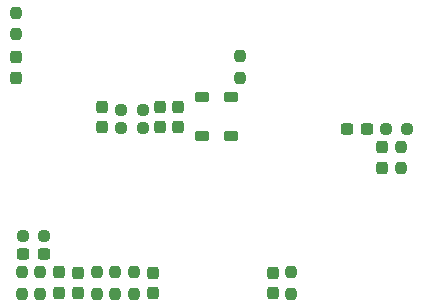
<source format=gbr>
%TF.GenerationSoftware,KiCad,Pcbnew,8.0.6*%
%TF.CreationDate,2025-01-05T16:10:26-06:00*%
%TF.ProjectId,wien + distortion,7769656e-202b-4206-9469-73746f727469,rev?*%
%TF.SameCoordinates,Original*%
%TF.FileFunction,Paste,Top*%
%TF.FilePolarity,Positive*%
%FSLAX46Y46*%
G04 Gerber Fmt 4.6, Leading zero omitted, Abs format (unit mm)*
G04 Created by KiCad (PCBNEW 8.0.6) date 2025-01-05 16:10:26*
%MOMM*%
%LPD*%
G01*
G04 APERTURE LIST*
G04 Aperture macros list*
%AMRoundRect*
0 Rectangle with rounded corners*
0 $1 Rounding radius*
0 $2 $3 $4 $5 $6 $7 $8 $9 X,Y pos of 4 corners*
0 Add a 4 corners polygon primitive as box body*
4,1,4,$2,$3,$4,$5,$6,$7,$8,$9,$2,$3,0*
0 Add four circle primitives for the rounded corners*
1,1,$1+$1,$2,$3*
1,1,$1+$1,$4,$5*
1,1,$1+$1,$6,$7*
1,1,$1+$1,$8,$9*
0 Add four rect primitives between the rounded corners*
20,1,$1+$1,$2,$3,$4,$5,0*
20,1,$1+$1,$4,$5,$6,$7,0*
20,1,$1+$1,$6,$7,$8,$9,0*
20,1,$1+$1,$8,$9,$2,$3,0*%
G04 Aperture macros list end*
%ADD10RoundRect,0.225000X-0.375000X0.225000X-0.375000X-0.225000X0.375000X-0.225000X0.375000X0.225000X0*%
%ADD11RoundRect,0.237500X0.237500X-0.250000X0.237500X0.250000X-0.237500X0.250000X-0.237500X-0.250000X0*%
%ADD12RoundRect,0.237500X-0.237500X0.300000X-0.237500X-0.300000X0.237500X-0.300000X0.237500X0.300000X0*%
%ADD13RoundRect,0.237500X0.300000X0.237500X-0.300000X0.237500X-0.300000X-0.237500X0.300000X-0.237500X0*%
%ADD14RoundRect,0.237500X0.237500X-0.287500X0.237500X0.287500X-0.237500X0.287500X-0.237500X-0.287500X0*%
%ADD15RoundRect,0.237500X-0.300000X-0.237500X0.300000X-0.237500X0.300000X0.237500X-0.300000X0.237500X0*%
%ADD16RoundRect,0.237500X-0.237500X0.250000X-0.237500X-0.250000X0.237500X-0.250000X0.237500X0.250000X0*%
%ADD17RoundRect,0.237500X-0.250000X-0.237500X0.250000X-0.237500X0.250000X0.237500X-0.250000X0.237500X0*%
%ADD18RoundRect,0.237500X0.250000X0.237500X-0.250000X0.237500X-0.250000X-0.237500X0.250000X-0.237500X0*%
%ADD19RoundRect,0.237500X0.237500X-0.300000X0.237500X0.300000X-0.237500X0.300000X-0.237500X-0.300000X0*%
%ADD20RoundRect,0.237500X-0.237500X0.287500X-0.237500X-0.287500X0.237500X-0.287500X0.237500X0.287500X0*%
%ADD21RoundRect,0.225000X0.375000X-0.225000X0.375000X0.225000X-0.375000X0.225000X-0.375000X-0.225000X0*%
G04 APERTURE END LIST*
D10*
%TO.C,D1*%
X74400000Y-89030000D03*
X74400000Y-92330000D03*
%TD*%
D11*
%TO.C,R1*%
X58655000Y-83725000D03*
X58655000Y-81900000D03*
%TD*%
D12*
%TO.C,C9*%
X89680000Y-93277500D03*
X89680000Y-95002500D03*
%TD*%
D13*
%TO.C,C7*%
X61012500Y-102315000D03*
X59287500Y-102315000D03*
%TD*%
D14*
%TO.C,D3*%
X62300000Y-105617500D03*
X62300000Y-103867500D03*
%TD*%
D15*
%TO.C,C6*%
X86667500Y-91760000D03*
X88392500Y-91760000D03*
%TD*%
D16*
%TO.C,R7*%
X67100000Y-103875000D03*
X67100000Y-105700000D03*
%TD*%
D17*
%TO.C,R3*%
X67587500Y-90160000D03*
X69412500Y-90160000D03*
%TD*%
D16*
%TO.C,R11*%
X91260000Y-93227500D03*
X91260000Y-95052500D03*
%TD*%
D11*
%TO.C,R5*%
X60734285Y-105700000D03*
X60734285Y-103875000D03*
%TD*%
%TO.C,R8*%
X77655000Y-87412500D03*
X77655000Y-85587500D03*
%TD*%
D18*
%TO.C,R2*%
X69412500Y-91620000D03*
X67587500Y-91620000D03*
%TD*%
D16*
%TO.C,R12*%
X68700000Y-103875000D03*
X68700000Y-105700000D03*
%TD*%
%TO.C,R6*%
X59200000Y-103875000D03*
X59200000Y-105700000D03*
%TD*%
D12*
%TO.C,C5*%
X70300000Y-103925000D03*
X70300000Y-105650000D03*
%TD*%
D17*
%TO.C,R10*%
X59237500Y-100807500D03*
X61062500Y-100807500D03*
%TD*%
D16*
%TO.C,R13*%
X82000000Y-103875000D03*
X82000000Y-105700000D03*
%TD*%
D19*
%TO.C,C4*%
X72400000Y-91562500D03*
X72400000Y-89837500D03*
%TD*%
D12*
%TO.C,C8*%
X80450000Y-103925000D03*
X80450000Y-105650000D03*
%TD*%
D17*
%TO.C,R9*%
X89977500Y-91740000D03*
X91802500Y-91740000D03*
%TD*%
D20*
%TO.C,D4*%
X63900000Y-103912500D03*
X63900000Y-105662500D03*
%TD*%
D12*
%TO.C,C1*%
X66000000Y-89837500D03*
X66000000Y-91562500D03*
%TD*%
D11*
%TO.C,R4*%
X65500000Y-105700000D03*
X65500000Y-103875000D03*
%TD*%
D12*
%TO.C,C3*%
X70900000Y-89837500D03*
X70900000Y-91562500D03*
%TD*%
D19*
%TO.C,C2*%
X58655000Y-87400000D03*
X58655000Y-85675000D03*
%TD*%
D21*
%TO.C,D2*%
X76900000Y-92327500D03*
X76900000Y-89027500D03*
%TD*%
M02*

</source>
